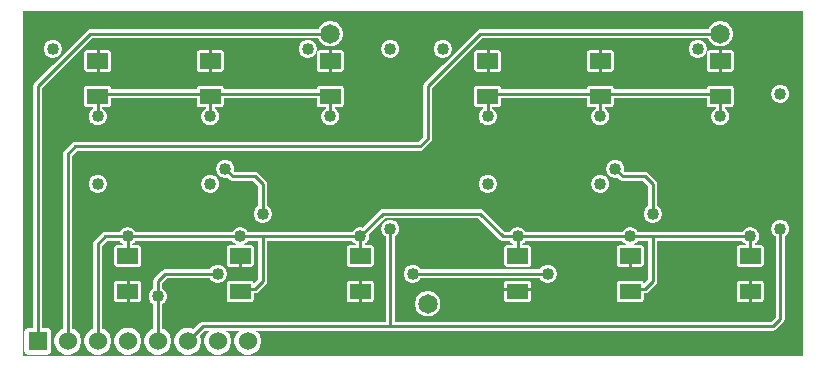
<source format=gbr>
G04 start of page 3 for group 1 idx 1 *
G04 Title: 26.007.01.01.01, solder *
G04 Creator: pcb 20100929 *
G04 CreationDate: Wed Mar 18 07:56:07 2015 UTC *
G04 For: bert *
G04 Format: Gerber/RS-274X *
G04 PCB-Dimensions: 260000 115000 *
G04 PCB-Coordinate-Origin: lower left *
%MOIN*%
%FSLAX25Y25*%
%LNBACK*%
%ADD11C,0.0100*%
%ADD13C,0.0200*%
%ADD14C,0.0600*%
%ADD15C,0.0650*%
%ADD16C,0.0400*%
%ADD18R,0.0512X0.0512*%
%ADD22C,0.0380*%
%ADD23C,0.0460*%
G54D13*G36*
X252500Y115000D02*X260000D01*
Y0D01*
X252500D01*
Y10380D01*
X253547Y11427D01*
X253561Y11439D01*
X253714Y11618D01*
X253837Y11819D01*
X253927Y12036D01*
X253982Y12265D01*
X254000Y12500D01*
Y39912D01*
X254263Y40073D01*
X254621Y40379D01*
X254927Y40737D01*
X255173Y41138D01*
X255353Y41573D01*
X255463Y42031D01*
X255500Y42500D01*
X255463Y42969D01*
X255353Y43427D01*
X255173Y43862D01*
X254927Y44263D01*
X254621Y44621D01*
X254263Y44927D01*
X253862Y45173D01*
X253427Y45353D01*
X252969Y45463D01*
X252500Y45500D01*
Y84500D01*
X252969Y84537D01*
X253427Y84647D01*
X253862Y84827D01*
X254263Y85073D01*
X254621Y85379D01*
X254927Y85737D01*
X255173Y86138D01*
X255353Y86573D01*
X255463Y87031D01*
X255500Y87500D01*
X255463Y87969D01*
X255353Y88427D01*
X255173Y88862D01*
X254927Y89263D01*
X254621Y89621D01*
X254263Y89927D01*
X253862Y90173D01*
X253427Y90353D01*
X252969Y90463D01*
X252500Y90500D01*
Y115000D01*
G37*
G36*
Y0D02*X242500D01*
Y8500D01*
X250000D01*
X250235Y8518D01*
X250464Y8573D01*
X250681Y8663D01*
X250882Y8786D01*
X251061Y8939D01*
X251073Y8953D01*
X252500Y10380D01*
Y0D01*
G37*
G36*
X242500Y115000D02*X252500D01*
Y90500D01*
X252031Y90463D01*
X251573Y90353D01*
X251138Y90173D01*
X250737Y89927D01*
X250379Y89621D01*
X250073Y89263D01*
X249827Y88862D01*
X249647Y88427D01*
X249537Y87969D01*
X249500Y87500D01*
X249537Y87031D01*
X249647Y86573D01*
X249827Y86138D01*
X250073Y85737D01*
X250379Y85379D01*
X250737Y85073D01*
X251138Y84827D01*
X251573Y84647D01*
X252031Y84537D01*
X252500Y84500D01*
Y45500D01*
X252031Y45463D01*
X251573Y45353D01*
X251138Y45173D01*
X250737Y44927D01*
X250379Y44621D01*
X250073Y44263D01*
X249827Y43862D01*
X249647Y43427D01*
X249537Y42969D01*
X249500Y42500D01*
X249537Y42031D01*
X249647Y41573D01*
X249827Y41138D01*
X250073Y40737D01*
X250379Y40379D01*
X250737Y40073D01*
X251000Y39912D01*
Y13122D01*
X249378Y11500D01*
X242500D01*
Y18042D01*
X246199Y18048D01*
X246352Y18085D01*
X246497Y18145D01*
X246631Y18227D01*
X246750Y18329D01*
X246852Y18448D01*
X246934Y18582D01*
X246994Y18727D01*
X247031Y18880D01*
X247043Y19036D01*
X247031Y24310D01*
X246994Y24463D01*
X246934Y24608D01*
X246852Y24742D01*
X246750Y24861D01*
X246631Y24963D01*
X246497Y25045D01*
X246352Y25105D01*
X246199Y25142D01*
X246043Y25154D01*
X242500Y25148D01*
Y29852D01*
X246199Y29858D01*
X246352Y29895D01*
X246497Y29955D01*
X246631Y30037D01*
X246750Y30139D01*
X246852Y30258D01*
X246934Y30392D01*
X246994Y30537D01*
X247031Y30690D01*
X247043Y30846D01*
X247031Y36120D01*
X246994Y36273D01*
X246934Y36418D01*
X246852Y36552D01*
X246750Y36671D01*
X246631Y36773D01*
X246497Y36855D01*
X246352Y36915D01*
X246199Y36952D01*
X246043Y36964D01*
X244000Y36961D01*
Y37412D01*
X244263Y37573D01*
X244621Y37879D01*
X244927Y38237D01*
X245173Y38638D01*
X245353Y39073D01*
X245463Y39531D01*
X245500Y40000D01*
X245463Y40469D01*
X245353Y40927D01*
X245173Y41362D01*
X244927Y41763D01*
X244621Y42121D01*
X244263Y42427D01*
X243862Y42673D01*
X243427Y42853D01*
X242969Y42963D01*
X242500Y43000D01*
Y115000D01*
G37*
G36*
X232500Y8500D02*X242500D01*
Y0D01*
X232500D01*
Y8500D01*
G37*
G36*
Y38500D02*X239912D01*
X240073Y38237D01*
X240379Y37879D01*
X240737Y37573D01*
X241000Y37412D01*
Y36956D01*
X238801Y36952D01*
X238648Y36915D01*
X238503Y36855D01*
X238369Y36773D01*
X238250Y36671D01*
X238148Y36552D01*
X238066Y36418D01*
X238006Y36273D01*
X237969Y36120D01*
X237957Y35964D01*
X237969Y30690D01*
X238006Y30537D01*
X238066Y30392D01*
X238148Y30258D01*
X238250Y30139D01*
X238369Y30037D01*
X238503Y29955D01*
X238648Y29895D01*
X238801Y29858D01*
X238957Y29846D01*
X242500Y29852D01*
Y25148D01*
X238801Y25142D01*
X238648Y25105D01*
X238503Y25045D01*
X238369Y24963D01*
X238250Y24861D01*
X238148Y24742D01*
X238066Y24608D01*
X238006Y24463D01*
X237969Y24310D01*
X237957Y24154D01*
X237969Y18880D01*
X238006Y18727D01*
X238066Y18582D01*
X238148Y18448D01*
X238250Y18329D01*
X238369Y18227D01*
X238503Y18145D01*
X238648Y18085D01*
X238801Y18048D01*
X238957Y18036D01*
X242500Y18042D01*
Y11500D01*
X232500D01*
Y38500D01*
G37*
G36*
Y115000D02*X242500D01*
Y43000D01*
X242031Y42963D01*
X241573Y42853D01*
X241138Y42673D01*
X240737Y42427D01*
X240379Y42121D01*
X240073Y41763D01*
X239912Y41500D01*
X232500D01*
Y77000D01*
X232969Y77037D01*
X233427Y77147D01*
X233862Y77327D01*
X234263Y77573D01*
X234621Y77879D01*
X234927Y78237D01*
X235173Y78638D01*
X235353Y79073D01*
X235463Y79531D01*
X235500Y80000D01*
X235463Y80469D01*
X235353Y80927D01*
X235173Y81362D01*
X234927Y81763D01*
X234621Y82121D01*
X234263Y82427D01*
X234000Y82588D01*
Y83044D01*
X236199Y83048D01*
X236352Y83085D01*
X236497Y83145D01*
X236631Y83227D01*
X236750Y83329D01*
X236852Y83448D01*
X236934Y83582D01*
X236994Y83727D01*
X237031Y83880D01*
X237043Y84036D01*
X237031Y89310D01*
X236994Y89463D01*
X236934Y89608D01*
X236852Y89742D01*
X236750Y89861D01*
X236631Y89963D01*
X236497Y90045D01*
X236352Y90105D01*
X236199Y90142D01*
X236043Y90154D01*
X232500Y90148D01*
Y94852D01*
X236199Y94858D01*
X236352Y94895D01*
X236497Y94955D01*
X236631Y95037D01*
X236750Y95139D01*
X236852Y95258D01*
X236934Y95392D01*
X236994Y95537D01*
X237031Y95690D01*
X237043Y95846D01*
X237031Y101120D01*
X236994Y101273D01*
X236934Y101418D01*
X236852Y101552D01*
X236750Y101671D01*
X236631Y101773D01*
X236497Y101855D01*
X236352Y101915D01*
X236199Y101952D01*
X236043Y101964D01*
X232500Y101958D01*
Y103250D01*
X233165Y103302D01*
X233813Y103458D01*
X234429Y103713D01*
X234998Y104062D01*
X235505Y104495D01*
X235938Y105002D01*
X236287Y105571D01*
X236542Y106187D01*
X236698Y106835D01*
X236750Y107500D01*
X236698Y108165D01*
X236542Y108813D01*
X236287Y109429D01*
X235938Y109998D01*
X235505Y110505D01*
X234998Y110938D01*
X234429Y111287D01*
X233813Y111542D01*
X233165Y111698D01*
X232500Y111750D01*
Y115000D01*
G37*
G36*
X192500Y8500D02*X232500D01*
Y0D01*
X192500D01*
Y8500D01*
G37*
G36*
X202500Y18042D02*X206199Y18048D01*
X206352Y18085D01*
X206497Y18145D01*
X206631Y18227D01*
X206750Y18329D01*
X206852Y18448D01*
X206934Y18582D01*
X206994Y18727D01*
X207031Y18880D01*
X207043Y19036D01*
X207038Y21000D01*
X207500D01*
X207735Y21018D01*
X207964Y21073D01*
X208181Y21163D01*
X208382Y21286D01*
X208561Y21439D01*
X208573Y21453D01*
X211047Y23927D01*
X211061Y23939D01*
X211214Y24118D01*
X211337Y24319D01*
X211427Y24536D01*
X211482Y24765D01*
X211500Y25000D01*
Y38500D01*
X232500D01*
Y11500D01*
X202500D01*
Y18042D01*
G37*
G36*
Y37000D02*X202969Y37037D01*
X203427Y37147D01*
X203862Y37327D01*
X204263Y37573D01*
X204621Y37879D01*
X204927Y38237D01*
X205088Y38500D01*
X208500D01*
Y25622D01*
X207031Y24153D01*
Y24310D01*
X206994Y24463D01*
X206934Y24608D01*
X206852Y24742D01*
X206750Y24861D01*
X206631Y24963D01*
X206497Y25045D01*
X206352Y25105D01*
X206199Y25142D01*
X206043Y25154D01*
X202500Y25148D01*
Y29852D01*
X206199Y29858D01*
X206352Y29895D01*
X206497Y29955D01*
X206631Y30037D01*
X206750Y30139D01*
X206852Y30258D01*
X206934Y30392D01*
X206994Y30537D01*
X207031Y30690D01*
X207043Y30846D01*
X207031Y36120D01*
X206994Y36273D01*
X206934Y36418D01*
X206852Y36552D01*
X206750Y36671D01*
X206631Y36773D01*
X206497Y36855D01*
X206352Y36915D01*
X206199Y36952D01*
X206043Y36964D01*
X202500Y36958D01*
Y37000D01*
G37*
G36*
X192500Y38500D02*X199912D01*
X200073Y38237D01*
X200379Y37879D01*
X200737Y37573D01*
X201138Y37327D01*
X201573Y37147D01*
X202031Y37037D01*
X202500Y37000D01*
Y36958D01*
X198801Y36952D01*
X198648Y36915D01*
X198503Y36855D01*
X198369Y36773D01*
X198250Y36671D01*
X198148Y36552D01*
X198066Y36418D01*
X198006Y36273D01*
X197969Y36120D01*
X197957Y35964D01*
X197969Y30690D01*
X198006Y30537D01*
X198066Y30392D01*
X198148Y30258D01*
X198250Y30139D01*
X198369Y30037D01*
X198503Y29955D01*
X198648Y29895D01*
X198801Y29858D01*
X198957Y29846D01*
X202500Y29852D01*
Y25148D01*
X198801Y25142D01*
X198648Y25105D01*
X198503Y25045D01*
X198369Y24963D01*
X198250Y24861D01*
X198148Y24742D01*
X198066Y24608D01*
X198006Y24463D01*
X197969Y24310D01*
X197957Y24154D01*
X197969Y18880D01*
X198006Y18727D01*
X198066Y18582D01*
X198148Y18448D01*
X198250Y18329D01*
X198369Y18227D01*
X198503Y18145D01*
X198648Y18085D01*
X198801Y18048D01*
X198957Y18036D01*
X202500Y18042D01*
Y11500D01*
X192500D01*
Y38500D01*
G37*
G36*
X203750Y86000D02*X227964D01*
X227969Y83880D01*
X228006Y83727D01*
X228066Y83582D01*
X228148Y83448D01*
X228250Y83329D01*
X228369Y83227D01*
X228503Y83145D01*
X228648Y83085D01*
X228801Y83048D01*
X228957Y83036D01*
X231000Y83039D01*
Y82588D01*
X230737Y82427D01*
X230379Y82121D01*
X230073Y81763D01*
X229827Y81362D01*
X229647Y80927D01*
X229537Y80469D01*
X229500Y80000D01*
X229537Y79531D01*
X229647Y79073D01*
X229827Y78638D01*
X230073Y78237D01*
X230379Y77879D01*
X230737Y77573D01*
X231138Y77327D01*
X231573Y77147D01*
X232031Y77037D01*
X232500Y77000D01*
Y41500D01*
X205088D01*
X204927Y41763D01*
X204621Y42121D01*
X204263Y42427D01*
X203862Y42673D01*
X203750Y42719D01*
Y58500D01*
X206879D01*
X208500Y56879D01*
Y50088D01*
X208237Y49927D01*
X207879Y49621D01*
X207573Y49263D01*
X207327Y48862D01*
X207147Y48427D01*
X207037Y47969D01*
X207000Y47500D01*
X207037Y47031D01*
X207147Y46573D01*
X207327Y46138D01*
X207573Y45737D01*
X207879Y45379D01*
X208237Y45073D01*
X208638Y44827D01*
X209073Y44647D01*
X209531Y44537D01*
X210000Y44500D01*
X210469Y44537D01*
X210927Y44647D01*
X211362Y44827D01*
X211763Y45073D01*
X212121Y45379D01*
X212427Y45737D01*
X212673Y46138D01*
X212853Y46573D01*
X212963Y47031D01*
X213000Y47500D01*
X212963Y47969D01*
X212853Y48427D01*
X212673Y48862D01*
X212427Y49263D01*
X212121Y49621D01*
X211763Y49927D01*
X211500Y50088D01*
Y57501D01*
X211482Y57735D01*
X211427Y57964D01*
X211337Y58181D01*
X211214Y58382D01*
X211061Y58561D01*
X211054Y58567D01*
X208567Y61054D01*
X208561Y61061D01*
X208382Y61214D01*
X208181Y61337D01*
X207964Y61427D01*
X207735Y61482D01*
X207518Y61499D01*
X207501Y61500D01*
X203750D01*
Y86000D01*
G37*
G36*
X192500Y77000D02*X192969Y77037D01*
X193427Y77147D01*
X193862Y77327D01*
X194263Y77573D01*
X194621Y77879D01*
X194927Y78237D01*
X195173Y78638D01*
X195353Y79073D01*
X195463Y79531D01*
X195500Y80000D01*
X195463Y80469D01*
X195353Y80927D01*
X195173Y81362D01*
X194927Y81763D01*
X194621Y82121D01*
X194263Y82427D01*
X194000Y82588D01*
Y83044D01*
X196199Y83048D01*
X196352Y83085D01*
X196497Y83145D01*
X196631Y83227D01*
X196750Y83329D01*
X196852Y83448D01*
X196934Y83582D01*
X196994Y83727D01*
X197031Y83880D01*
X197043Y84036D01*
X197039Y86000D01*
X203750D01*
Y61500D01*
X200621D01*
X200391Y61730D01*
X200463Y62031D01*
X200500Y62500D01*
X200463Y62969D01*
X200353Y63427D01*
X200173Y63862D01*
X199927Y64263D01*
X199621Y64621D01*
X199263Y64927D01*
X198862Y65173D01*
X198427Y65353D01*
X197969Y65463D01*
X197500Y65500D01*
X197031Y65463D01*
X196573Y65353D01*
X196138Y65173D01*
X195737Y64927D01*
X195379Y64621D01*
X195073Y64263D01*
X194827Y63862D01*
X194647Y63427D01*
X194537Y62969D01*
X194500Y62500D01*
X194537Y62031D01*
X194647Y61573D01*
X194827Y61138D01*
X195073Y60737D01*
X195379Y60379D01*
X195737Y60073D01*
X196138Y59827D01*
X196573Y59647D01*
X197031Y59537D01*
X197500Y59500D01*
X197969Y59537D01*
X198270Y59609D01*
X198933Y58946D01*
X198939Y58939D01*
X199118Y58786D01*
X199319Y58663D01*
X199536Y58573D01*
X199765Y58518D01*
X200000Y58500D01*
X203750D01*
Y42719D01*
X203427Y42853D01*
X202969Y42963D01*
X202500Y43000D01*
X202031Y42963D01*
X201573Y42853D01*
X201138Y42673D01*
X200737Y42427D01*
X200379Y42121D01*
X200073Y41763D01*
X199912Y41500D01*
X192500D01*
Y54500D01*
X192969Y54537D01*
X193427Y54647D01*
X193862Y54827D01*
X194263Y55073D01*
X194621Y55379D01*
X194927Y55737D01*
X195173Y56138D01*
X195353Y56573D01*
X195463Y57031D01*
X195500Y57500D01*
X195463Y57969D01*
X195353Y58427D01*
X195173Y58862D01*
X194927Y59263D01*
X194621Y59621D01*
X194263Y59927D01*
X193862Y60173D01*
X193427Y60353D01*
X192969Y60463D01*
X192500Y60500D01*
Y77000D01*
G37*
G36*
X225000Y106000D02*X228535D01*
X228713Y105571D01*
X229062Y105002D01*
X229495Y104495D01*
X230002Y104062D01*
X230571Y103713D01*
X231187Y103458D01*
X231835Y103302D01*
X232500Y103250D01*
Y101958D01*
X228801Y101952D01*
X228648Y101915D01*
X228503Y101855D01*
X228369Y101773D01*
X228250Y101671D01*
X228148Y101552D01*
X228066Y101418D01*
X228006Y101273D01*
X227969Y101120D01*
X227957Y100964D01*
X227969Y95690D01*
X228006Y95537D01*
X228066Y95392D01*
X228148Y95258D01*
X228250Y95139D01*
X228369Y95037D01*
X228503Y94955D01*
X228648Y94895D01*
X228801Y94858D01*
X228957Y94846D01*
X232500Y94852D01*
Y90148D01*
X228801Y90142D01*
X228648Y90105D01*
X228503Y90045D01*
X228369Y89963D01*
X228250Y89861D01*
X228148Y89742D01*
X228066Y89608D01*
X228006Y89463D01*
X227969Y89310D01*
X227957Y89154D01*
Y89000D01*
X225000D01*
Y99500D01*
X225469Y99537D01*
X225927Y99647D01*
X226362Y99827D01*
X226763Y100073D01*
X227121Y100379D01*
X227427Y100737D01*
X227673Y101138D01*
X227853Y101573D01*
X227963Y102031D01*
X228000Y102500D01*
X227963Y102969D01*
X227853Y103427D01*
X227673Y103862D01*
X227427Y104263D01*
X227121Y104621D01*
X226763Y104927D01*
X226362Y105173D01*
X225927Y105353D01*
X225469Y105463D01*
X225000Y105500D01*
Y106000D01*
G37*
G36*
X192500D02*X225000D01*
Y105500D01*
X224531Y105463D01*
X224073Y105353D01*
X223638Y105173D01*
X223237Y104927D01*
X222879Y104621D01*
X222573Y104263D01*
X222327Y103862D01*
X222147Y103427D01*
X222037Y102969D01*
X222000Y102500D01*
X222037Y102031D01*
X222147Y101573D01*
X222327Y101138D01*
X222573Y100737D01*
X222879Y100379D01*
X223237Y100073D01*
X223638Y99827D01*
X224073Y99647D01*
X224531Y99537D01*
X225000Y99500D01*
Y89000D01*
X197032D01*
X197031Y89310D01*
X196994Y89463D01*
X196934Y89608D01*
X196852Y89742D01*
X196750Y89861D01*
X196631Y89963D01*
X196497Y90045D01*
X196352Y90105D01*
X196199Y90142D01*
X196043Y90154D01*
X192500Y90148D01*
Y94852D01*
X196199Y94858D01*
X196352Y94895D01*
X196497Y94955D01*
X196631Y95037D01*
X196750Y95139D01*
X196852Y95258D01*
X196934Y95392D01*
X196994Y95537D01*
X197031Y95690D01*
X197043Y95846D01*
X197031Y101120D01*
X196994Y101273D01*
X196934Y101418D01*
X196852Y101552D01*
X196750Y101671D01*
X196631Y101773D01*
X196497Y101855D01*
X196352Y101915D01*
X196199Y101952D01*
X196043Y101964D01*
X192500Y101958D01*
Y106000D01*
G37*
G36*
Y115000D02*X232500D01*
Y111750D01*
X231835Y111698D01*
X231187Y111542D01*
X230571Y111287D01*
X230002Y110938D01*
X229495Y110505D01*
X229062Y109998D01*
X228713Y109429D01*
X228535Y109000D01*
X192500D01*
Y115000D01*
G37*
G36*
X62500Y1270D02*X62957Y990D01*
X63609Y720D01*
X64296Y555D01*
X65000Y500D01*
X65704Y555D01*
X66391Y720D01*
X67043Y990D01*
X67645Y1359D01*
X68182Y1818D01*
X68641Y2355D01*
X69010Y2957D01*
X69280Y3609D01*
X69445Y4296D01*
X69500Y5000D01*
X69445Y5704D01*
X69280Y6391D01*
X69010Y7043D01*
X68641Y7645D01*
X68182Y8182D01*
X67810Y8500D01*
X72190D01*
X71818Y8182D01*
X71359Y7645D01*
X70990Y7043D01*
X70720Y6391D01*
X70555Y5704D01*
X70500Y5000D01*
X70555Y4296D01*
X70720Y3609D01*
X70990Y2957D01*
X71359Y2355D01*
X71818Y1818D01*
X72355Y1359D01*
X72957Y990D01*
X73609Y720D01*
X74296Y555D01*
X75000Y500D01*
X75704Y555D01*
X76391Y720D01*
X77043Y990D01*
X77645Y1359D01*
X78182Y1818D01*
X78641Y2355D01*
X79010Y2957D01*
X79280Y3609D01*
X79445Y4296D01*
X79500Y5000D01*
X79445Y5704D01*
X79280Y6391D01*
X79010Y7043D01*
X78641Y7645D01*
X78182Y8182D01*
X77810Y8500D01*
X192500D01*
Y0D01*
X62500D01*
Y1270D01*
G37*
G36*
X165000Y29852D02*X168699Y29858D01*
X168852Y29895D01*
X168997Y29955D01*
X169131Y30037D01*
X169250Y30139D01*
X169352Y30258D01*
X169434Y30392D01*
X169494Y30537D01*
X169531Y30690D01*
X169543Y30846D01*
X169531Y36120D01*
X169494Y36273D01*
X169434Y36418D01*
X169352Y36552D01*
X169250Y36671D01*
X169131Y36773D01*
X168997Y36855D01*
X168852Y36915D01*
X168699Y36952D01*
X168543Y36964D01*
X166500Y36961D01*
Y37412D01*
X166763Y37573D01*
X167121Y37879D01*
X167427Y38237D01*
X167588Y38500D01*
X192500D01*
Y11500D01*
X165000D01*
Y18042D01*
X168699Y18048D01*
X168852Y18085D01*
X168997Y18145D01*
X169131Y18227D01*
X169250Y18329D01*
X169352Y18448D01*
X169434Y18582D01*
X169494Y18727D01*
X169531Y18880D01*
X169543Y19036D01*
X169531Y24310D01*
X169494Y24463D01*
X169434Y24608D01*
X169352Y24742D01*
X169250Y24861D01*
X169131Y24963D01*
X168997Y25045D01*
X168852Y25105D01*
X168699Y25142D01*
X168543Y25154D01*
X165000Y25148D01*
Y26000D01*
X172412D01*
X172573Y25737D01*
X172879Y25379D01*
X173237Y25073D01*
X173638Y24827D01*
X174073Y24647D01*
X174531Y24537D01*
X175000Y24500D01*
X175469Y24537D01*
X175927Y24647D01*
X176362Y24827D01*
X176763Y25073D01*
X177121Y25379D01*
X177427Y25737D01*
X177673Y26138D01*
X177853Y26573D01*
X177963Y27031D01*
X178000Y27500D01*
X177963Y27969D01*
X177853Y28427D01*
X177673Y28862D01*
X177427Y29263D01*
X177121Y29621D01*
X176763Y29927D01*
X176362Y30173D01*
X175927Y30353D01*
X175469Y30463D01*
X175000Y30500D01*
X174531Y30463D01*
X174073Y30353D01*
X173638Y30173D01*
X173237Y29927D01*
X172879Y29621D01*
X172573Y29263D01*
X172412Y29000D01*
X165000D01*
Y29852D01*
G37*
G36*
X135000Y26000D02*X165000D01*
Y25148D01*
X161301Y25142D01*
X161148Y25105D01*
X161003Y25045D01*
X160869Y24963D01*
X160750Y24861D01*
X160648Y24742D01*
X160566Y24608D01*
X160506Y24463D01*
X160469Y24310D01*
X160457Y24154D01*
X160469Y18880D01*
X160506Y18727D01*
X160566Y18582D01*
X160648Y18448D01*
X160750Y18329D01*
X160869Y18227D01*
X161003Y18145D01*
X161148Y18085D01*
X161301Y18048D01*
X161457Y18036D01*
X165000Y18042D01*
Y11500D01*
X135000D01*
Y13250D01*
X135665Y13302D01*
X136313Y13458D01*
X136929Y13713D01*
X137498Y14062D01*
X138005Y14495D01*
X138438Y15002D01*
X138787Y15571D01*
X139042Y16187D01*
X139198Y16835D01*
X139250Y17500D01*
X139198Y18165D01*
X139042Y18813D01*
X138787Y19429D01*
X138438Y19998D01*
X138005Y20505D01*
X137498Y20938D01*
X136929Y21287D01*
X136313Y21542D01*
X135665Y21698D01*
X135000Y21750D01*
Y26000D01*
G37*
G36*
Y46000D02*X151879D01*
X158933Y38946D01*
X158939Y38939D01*
X159118Y38786D01*
X159319Y38663D01*
X159536Y38573D01*
X159765Y38518D01*
X160000Y38500D01*
X162412D01*
X162573Y38237D01*
X162879Y37879D01*
X163237Y37573D01*
X163500Y37412D01*
Y36956D01*
X161301Y36952D01*
X161148Y36915D01*
X161003Y36855D01*
X160869Y36773D01*
X160750Y36671D01*
X160648Y36552D01*
X160566Y36418D01*
X160506Y36273D01*
X160469Y36120D01*
X160457Y35964D01*
X160469Y30690D01*
X160506Y30537D01*
X160566Y30392D01*
X160648Y30258D01*
X160750Y30139D01*
X160869Y30037D01*
X161003Y29955D01*
X161148Y29895D01*
X161301Y29858D01*
X161457Y29846D01*
X165000Y29852D01*
Y29000D01*
X135000D01*
Y46000D01*
G37*
G36*
X112500Y29852D02*X116199Y29858D01*
X116352Y29895D01*
X116497Y29955D01*
X116631Y30037D01*
X116750Y30139D01*
X116852Y30258D01*
X116934Y30392D01*
X116994Y30537D01*
X117031Y30690D01*
X117043Y30846D01*
X117031Y36120D01*
X116994Y36273D01*
X116934Y36418D01*
X116852Y36552D01*
X116750Y36671D01*
X116631Y36773D01*
X116497Y36855D01*
X116352Y36915D01*
X116199Y36952D01*
X116043Y36964D01*
X114000Y36961D01*
Y37412D01*
X114263Y37573D01*
X114621Y37879D01*
X114927Y38237D01*
X115173Y38638D01*
X115353Y39073D01*
X115463Y39531D01*
X115500Y40000D01*
X115463Y40469D01*
X115391Y40771D01*
X120620Y46000D01*
X135000D01*
Y29000D01*
X132588D01*
X132427Y29263D01*
X132121Y29621D01*
X131763Y29927D01*
X131362Y30173D01*
X130927Y30353D01*
X130469Y30463D01*
X130000Y30500D01*
X129531Y30463D01*
X129073Y30353D01*
X128638Y30173D01*
X128237Y29927D01*
X127879Y29621D01*
X127573Y29263D01*
X127327Y28862D01*
X127147Y28427D01*
X127037Y27969D01*
X127000Y27500D01*
X127037Y27031D01*
X127147Y26573D01*
X127327Y26138D01*
X127573Y25737D01*
X127879Y25379D01*
X128237Y25073D01*
X128638Y24827D01*
X129073Y24647D01*
X129531Y24537D01*
X130000Y24500D01*
X130469Y24537D01*
X130927Y24647D01*
X131362Y24827D01*
X131763Y25073D01*
X132121Y25379D01*
X132427Y25737D01*
X132588Y26000D01*
X135000D01*
Y21750D01*
X134335Y21698D01*
X133687Y21542D01*
X133071Y21287D01*
X132502Y20938D01*
X131995Y20505D01*
X131562Y19998D01*
X131213Y19429D01*
X130958Y18813D01*
X130802Y18165D01*
X130750Y17500D01*
X130802Y16835D01*
X130958Y16187D01*
X131213Y15571D01*
X131562Y15002D01*
X131995Y14495D01*
X132502Y14062D01*
X133071Y13713D01*
X133687Y13458D01*
X134335Y13302D01*
X135000Y13250D01*
Y11500D01*
X124000D01*
Y39912D01*
X124263Y40073D01*
X124621Y40379D01*
X124927Y40737D01*
X125173Y41138D01*
X125353Y41573D01*
X125463Y42031D01*
X125500Y42500D01*
X125463Y42969D01*
X125353Y43427D01*
X125173Y43862D01*
X124927Y44263D01*
X124621Y44621D01*
X124263Y44927D01*
X123862Y45173D01*
X123427Y45353D01*
X122969Y45463D01*
X122500Y45500D01*
X122031Y45463D01*
X121573Y45353D01*
X121138Y45173D01*
X120737Y44927D01*
X120379Y44621D01*
X120073Y44263D01*
X119827Y43862D01*
X119647Y43427D01*
X119537Y42969D01*
X119500Y42500D01*
X119537Y42031D01*
X119647Y41573D01*
X119827Y41138D01*
X120073Y40737D01*
X120379Y40379D01*
X120737Y40073D01*
X121000Y39912D01*
Y11500D01*
X112500D01*
Y18042D01*
X116199Y18048D01*
X116352Y18085D01*
X116497Y18145D01*
X116631Y18227D01*
X116750Y18329D01*
X116852Y18448D01*
X116934Y18582D01*
X116994Y18727D01*
X117031Y18880D01*
X117043Y19036D01*
X117031Y24310D01*
X116994Y24463D01*
X116934Y24608D01*
X116852Y24742D01*
X116750Y24861D01*
X116631Y24963D01*
X116497Y25045D01*
X116352Y25105D01*
X116199Y25142D01*
X116043Y25154D01*
X112500Y25148D01*
Y29852D01*
G37*
G36*
X72500Y18042D02*X76199Y18048D01*
X76352Y18085D01*
X76497Y18145D01*
X76631Y18227D01*
X76750Y18329D01*
X76852Y18448D01*
X76934Y18582D01*
X76994Y18727D01*
X77031Y18880D01*
X77043Y19036D01*
X77038Y21000D01*
X77500D01*
X77735Y21018D01*
X77964Y21073D01*
X78181Y21163D01*
X78382Y21286D01*
X78561Y21439D01*
X78573Y21453D01*
X81047Y23927D01*
X81061Y23939D01*
X81214Y24118D01*
X81337Y24319D01*
X81427Y24536D01*
X81482Y24765D01*
X81500Y25000D01*
Y38500D01*
X109912D01*
X110073Y38237D01*
X110379Y37879D01*
X110737Y37573D01*
X111000Y37412D01*
Y36956D01*
X108801Y36952D01*
X108648Y36915D01*
X108503Y36855D01*
X108369Y36773D01*
X108250Y36671D01*
X108148Y36552D01*
X108066Y36418D01*
X108006Y36273D01*
X107969Y36120D01*
X107957Y35964D01*
X107969Y30690D01*
X108006Y30537D01*
X108066Y30392D01*
X108148Y30258D01*
X108250Y30139D01*
X108369Y30037D01*
X108503Y29955D01*
X108648Y29895D01*
X108801Y29858D01*
X108957Y29846D01*
X112500Y29852D01*
Y25148D01*
X108801Y25142D01*
X108648Y25105D01*
X108503Y25045D01*
X108369Y24963D01*
X108250Y24861D01*
X108148Y24742D01*
X108066Y24608D01*
X108006Y24463D01*
X107969Y24310D01*
X107957Y24154D01*
X107969Y18880D01*
X108006Y18727D01*
X108066Y18582D01*
X108148Y18448D01*
X108250Y18329D01*
X108369Y18227D01*
X108503Y18145D01*
X108648Y18085D01*
X108801Y18048D01*
X108957Y18036D01*
X112500Y18042D01*
Y11500D01*
X72500D01*
Y18042D01*
G37*
G36*
Y37000D02*X72969Y37037D01*
X73427Y37147D01*
X73862Y37327D01*
X74263Y37573D01*
X74621Y37879D01*
X74927Y38237D01*
X75088Y38500D01*
X78500D01*
Y25622D01*
X77031Y24153D01*
Y24310D01*
X76994Y24463D01*
X76934Y24608D01*
X76852Y24742D01*
X76750Y24861D01*
X76631Y24963D01*
X76497Y25045D01*
X76352Y25105D01*
X76199Y25142D01*
X76043Y25154D01*
X72500Y25148D01*
Y29852D01*
X76199Y29858D01*
X76352Y29895D01*
X76497Y29955D01*
X76631Y30037D01*
X76750Y30139D01*
X76852Y30258D01*
X76934Y30392D01*
X76994Y30537D01*
X77031Y30690D01*
X77043Y30846D01*
X77031Y36120D01*
X76994Y36273D01*
X76934Y36418D01*
X76852Y36552D01*
X76750Y36671D01*
X76631Y36773D01*
X76497Y36855D01*
X76352Y36915D01*
X76199Y36952D01*
X76043Y36964D01*
X72500Y36958D01*
Y37000D01*
G37*
G36*
X62500Y38500D02*X69912D01*
X70073Y38237D01*
X70379Y37879D01*
X70737Y37573D01*
X71138Y37327D01*
X71573Y37147D01*
X72031Y37037D01*
X72500Y37000D01*
Y36958D01*
X68801Y36952D01*
X68648Y36915D01*
X68503Y36855D01*
X68369Y36773D01*
X68250Y36671D01*
X68148Y36552D01*
X68066Y36418D01*
X68006Y36273D01*
X67969Y36120D01*
X67957Y35964D01*
X67969Y30690D01*
X68006Y30537D01*
X68066Y30392D01*
X68148Y30258D01*
X68250Y30139D01*
X68369Y30037D01*
X68503Y29955D01*
X68648Y29895D01*
X68801Y29858D01*
X68957Y29846D01*
X72500Y29852D01*
Y25148D01*
X68801Y25142D01*
X68648Y25105D01*
X68503Y25045D01*
X68369Y24963D01*
X68250Y24861D01*
X68148Y24742D01*
X68066Y24608D01*
X68006Y24463D01*
X67969Y24310D01*
X67957Y24154D01*
X67969Y18880D01*
X68006Y18727D01*
X68066Y18582D01*
X68148Y18448D01*
X68250Y18329D01*
X68369Y18227D01*
X68503Y18145D01*
X68648Y18085D01*
X68801Y18048D01*
X68957Y18036D01*
X72500Y18042D01*
Y11500D01*
X62500D01*
Y25856D01*
X62573Y25737D01*
X62879Y25379D01*
X63237Y25073D01*
X63638Y24827D01*
X64073Y24647D01*
X64531Y24537D01*
X65000Y24500D01*
X65469Y24537D01*
X65927Y24647D01*
X66362Y24827D01*
X66763Y25073D01*
X67121Y25379D01*
X67427Y25737D01*
X67673Y26138D01*
X67853Y26573D01*
X67963Y27031D01*
X68000Y27500D01*
X67963Y27969D01*
X67853Y28427D01*
X67673Y28862D01*
X67427Y29263D01*
X67121Y29621D01*
X66763Y29927D01*
X66362Y30173D01*
X65927Y30353D01*
X65469Y30463D01*
X65000Y30500D01*
X64531Y30463D01*
X64073Y30353D01*
X63638Y30173D01*
X63237Y29927D01*
X62879Y29621D01*
X62573Y29263D01*
X62500Y29144D01*
Y38500D01*
G37*
G36*
X155000Y77000D02*X155469Y77037D01*
X155927Y77147D01*
X156362Y77327D01*
X156763Y77573D01*
X157121Y77879D01*
X157427Y78237D01*
X157673Y78638D01*
X157853Y79073D01*
X157963Y79531D01*
X158000Y80000D01*
X157963Y80469D01*
X157853Y80927D01*
X157673Y81362D01*
X157427Y81763D01*
X157121Y82121D01*
X156763Y82427D01*
X156500Y82588D01*
Y83044D01*
X158699Y83048D01*
X158852Y83085D01*
X158997Y83145D01*
X159131Y83227D01*
X159250Y83329D01*
X159352Y83448D01*
X159434Y83582D01*
X159494Y83727D01*
X159531Y83880D01*
X159543Y84036D01*
X159539Y86000D01*
X187964D01*
X187969Y83880D01*
X188006Y83727D01*
X188066Y83582D01*
X188148Y83448D01*
X188250Y83329D01*
X188369Y83227D01*
X188503Y83145D01*
X188648Y83085D01*
X188801Y83048D01*
X188957Y83036D01*
X191000Y83039D01*
Y82588D01*
X190737Y82427D01*
X190379Y82121D01*
X190073Y81763D01*
X189827Y81362D01*
X189647Y80927D01*
X189537Y80469D01*
X189500Y80000D01*
X189537Y79531D01*
X189647Y79073D01*
X189827Y78638D01*
X190073Y78237D01*
X190379Y77879D01*
X190737Y77573D01*
X191138Y77327D01*
X191573Y77147D01*
X192031Y77037D01*
X192500Y77000D01*
Y60500D01*
X192031Y60463D01*
X191573Y60353D01*
X191138Y60173D01*
X190737Y59927D01*
X190379Y59621D01*
X190073Y59263D01*
X189827Y58862D01*
X189647Y58427D01*
X189537Y57969D01*
X189500Y57500D01*
X189537Y57031D01*
X189647Y56573D01*
X189827Y56138D01*
X190073Y55737D01*
X190379Y55379D01*
X190737Y55073D01*
X191138Y54827D01*
X191573Y54647D01*
X192031Y54537D01*
X192500Y54500D01*
Y41500D01*
X167588D01*
X167427Y41763D01*
X167121Y42121D01*
X166763Y42427D01*
X166362Y42673D01*
X165927Y42853D01*
X165469Y42963D01*
X165000Y43000D01*
X164531Y42963D01*
X164073Y42853D01*
X163638Y42673D01*
X163237Y42427D01*
X162879Y42121D01*
X162573Y41763D01*
X162412Y41500D01*
X160621D01*
X155000Y47121D01*
Y54500D01*
X155469Y54537D01*
X155927Y54647D01*
X156362Y54827D01*
X156763Y55073D01*
X157121Y55379D01*
X157427Y55737D01*
X157673Y56138D01*
X157853Y56573D01*
X157963Y57031D01*
X158000Y57500D01*
X157963Y57969D01*
X157853Y58427D01*
X157673Y58862D01*
X157427Y59263D01*
X157121Y59621D01*
X156763Y59927D01*
X156362Y60173D01*
X155927Y60353D01*
X155469Y60463D01*
X155000Y60500D01*
Y77000D01*
G37*
G36*
Y106000D02*X192500D01*
Y101958D01*
X188801Y101952D01*
X188648Y101915D01*
X188503Y101855D01*
X188369Y101773D01*
X188250Y101671D01*
X188148Y101552D01*
X188066Y101418D01*
X188006Y101273D01*
X187969Y101120D01*
X187957Y100964D01*
X187969Y95690D01*
X188006Y95537D01*
X188066Y95392D01*
X188148Y95258D01*
X188250Y95139D01*
X188369Y95037D01*
X188503Y94955D01*
X188648Y94895D01*
X188801Y94858D01*
X188957Y94846D01*
X192500Y94852D01*
Y90148D01*
X188801Y90142D01*
X188648Y90105D01*
X188503Y90045D01*
X188369Y89963D01*
X188250Y89861D01*
X188148Y89742D01*
X188066Y89608D01*
X188006Y89463D01*
X187969Y89310D01*
X187957Y89154D01*
Y89000D01*
X159532D01*
X159531Y89310D01*
X159494Y89463D01*
X159434Y89608D01*
X159352Y89742D01*
X159250Y89861D01*
X159131Y89963D01*
X158997Y90045D01*
X158852Y90105D01*
X158699Y90142D01*
X158543Y90154D01*
X155000Y90148D01*
Y94852D01*
X158699Y94858D01*
X158852Y94895D01*
X158997Y94955D01*
X159131Y95037D01*
X159250Y95139D01*
X159352Y95258D01*
X159434Y95392D01*
X159494Y95537D01*
X159531Y95690D01*
X159543Y95846D01*
X159531Y101120D01*
X159494Y101273D01*
X159434Y101418D01*
X159352Y101552D01*
X159250Y101671D01*
X159131Y101773D01*
X158997Y101855D01*
X158852Y101915D01*
X158699Y101952D01*
X158543Y101964D01*
X155000Y101958D01*
Y106000D01*
G37*
G36*
X73750Y68500D02*X132500D01*
X132735Y68518D01*
X132964Y68573D01*
X133181Y68663D01*
X133382Y68786D01*
X133561Y68939D01*
X133573Y68953D01*
X136047Y71427D01*
X136061Y71439D01*
X136214Y71618D01*
X136337Y71819D01*
X136427Y72036D01*
X136482Y72265D01*
X136500Y72500D01*
Y89380D01*
X153120Y106000D01*
X155000D01*
Y101958D01*
X151301Y101952D01*
X151148Y101915D01*
X151003Y101855D01*
X150869Y101773D01*
X150750Y101671D01*
X150648Y101552D01*
X150566Y101418D01*
X150506Y101273D01*
X150469Y101120D01*
X150457Y100964D01*
X150469Y95690D01*
X150506Y95537D01*
X150566Y95392D01*
X150648Y95258D01*
X150750Y95139D01*
X150869Y95037D01*
X151003Y94955D01*
X151148Y94895D01*
X151301Y94858D01*
X151457Y94846D01*
X155000Y94852D01*
Y90148D01*
X151301Y90142D01*
X151148Y90105D01*
X151003Y90045D01*
X150869Y89963D01*
X150750Y89861D01*
X150648Y89742D01*
X150566Y89608D01*
X150506Y89463D01*
X150469Y89310D01*
X150457Y89154D01*
X150469Y83880D01*
X150506Y83727D01*
X150566Y83582D01*
X150648Y83448D01*
X150750Y83329D01*
X150869Y83227D01*
X151003Y83145D01*
X151148Y83085D01*
X151301Y83048D01*
X151457Y83036D01*
X153500Y83039D01*
Y82588D01*
X153237Y82427D01*
X152879Y82121D01*
X152573Y81763D01*
X152327Y81362D01*
X152147Y80927D01*
X152037Y80469D01*
X152000Y80000D01*
X152037Y79531D01*
X152147Y79073D01*
X152327Y78638D01*
X152573Y78237D01*
X152879Y77879D01*
X153237Y77573D01*
X153638Y77327D01*
X154073Y77147D01*
X154531Y77037D01*
X155000Y77000D01*
Y60500D01*
X154531Y60463D01*
X154073Y60353D01*
X153638Y60173D01*
X153237Y59927D01*
X152879Y59621D01*
X152573Y59263D01*
X152327Y58862D01*
X152147Y58427D01*
X152037Y57969D01*
X152000Y57500D01*
X152037Y57031D01*
X152147Y56573D01*
X152327Y56138D01*
X152573Y55737D01*
X152879Y55379D01*
X153237Y55073D01*
X153638Y54827D01*
X154073Y54647D01*
X154531Y54537D01*
X155000Y54500D01*
Y47121D01*
X153567Y48554D01*
X153561Y48561D01*
X153382Y48714D01*
X153181Y48837D01*
X152964Y48927D01*
X152735Y48982D01*
X152518Y48999D01*
X152501Y49000D01*
X120000D01*
X119765Y48982D01*
X119536Y48927D01*
X119319Y48837D01*
X119118Y48714D01*
X118939Y48561D01*
X113269Y42891D01*
X112969Y42963D01*
X112500Y43000D01*
X112031Y42963D01*
X111573Y42853D01*
X111138Y42673D01*
X110737Y42427D01*
X110379Y42121D01*
X110073Y41763D01*
X109912Y41500D01*
X75088D01*
X74927Y41763D01*
X74621Y42121D01*
X74263Y42427D01*
X73862Y42673D01*
X73750Y42719D01*
Y58500D01*
X76879D01*
X78500Y56879D01*
Y50088D01*
X78237Y49927D01*
X77879Y49621D01*
X77573Y49263D01*
X77327Y48862D01*
X77147Y48427D01*
X77037Y47969D01*
X77000Y47500D01*
X77037Y47031D01*
X77147Y46573D01*
X77327Y46138D01*
X77573Y45737D01*
X77879Y45379D01*
X78237Y45073D01*
X78638Y44827D01*
X79073Y44647D01*
X79531Y44537D01*
X80000Y44500D01*
X80469Y44537D01*
X80927Y44647D01*
X81362Y44827D01*
X81763Y45073D01*
X82121Y45379D01*
X82427Y45737D01*
X82673Y46138D01*
X82853Y46573D01*
X82963Y47031D01*
X83000Y47500D01*
X82963Y47969D01*
X82853Y48427D01*
X82673Y48862D01*
X82427Y49263D01*
X82121Y49621D01*
X81763Y49927D01*
X81500Y50088D01*
Y57501D01*
X81499Y57518D01*
X81482Y57735D01*
X81427Y57964D01*
X81337Y58181D01*
X81214Y58382D01*
X81061Y58561D01*
X81054Y58567D01*
X78567Y61054D01*
X78561Y61061D01*
X78382Y61214D01*
X78181Y61337D01*
X77964Y61427D01*
X77735Y61482D01*
X77518Y61499D01*
X77501Y61500D01*
X73750D01*
Y68500D01*
G37*
G36*
X62500D02*X73750D01*
Y61500D01*
X70621D01*
X70391Y61730D01*
X70463Y62031D01*
X70500Y62500D01*
X70463Y62969D01*
X70353Y63427D01*
X70173Y63862D01*
X69927Y64263D01*
X69621Y64621D01*
X69263Y64927D01*
X68862Y65173D01*
X68427Y65353D01*
X67969Y65463D01*
X67500Y65500D01*
X67031Y65463D01*
X66573Y65353D01*
X66138Y65173D01*
X65737Y64927D01*
X65379Y64621D01*
X65073Y64263D01*
X64827Y63862D01*
X64647Y63427D01*
X64537Y62969D01*
X64500Y62500D01*
X64537Y62031D01*
X64647Y61573D01*
X64827Y61138D01*
X65073Y60737D01*
X65379Y60379D01*
X65737Y60073D01*
X66138Y59827D01*
X66573Y59647D01*
X67031Y59537D01*
X67500Y59500D01*
X67969Y59537D01*
X68270Y59609D01*
X68933Y58946D01*
X68939Y58939D01*
X69118Y58786D01*
X69319Y58663D01*
X69536Y58573D01*
X69765Y58518D01*
X70000Y58500D01*
X73750D01*
Y42719D01*
X73427Y42853D01*
X72969Y42963D01*
X72500Y43000D01*
X72031Y42963D01*
X71573Y42853D01*
X71138Y42673D01*
X70737Y42427D01*
X70379Y42121D01*
X70073Y41763D01*
X69912Y41500D01*
X62500D01*
Y54500D01*
X62969Y54537D01*
X63427Y54647D01*
X63862Y54827D01*
X64263Y55073D01*
X64621Y55379D01*
X64927Y55737D01*
X65173Y56138D01*
X65353Y56573D01*
X65463Y57031D01*
X65500Y57500D01*
X65463Y57969D01*
X65353Y58427D01*
X65173Y58862D01*
X64927Y59263D01*
X64621Y59621D01*
X64263Y59927D01*
X63862Y60173D01*
X63427Y60353D01*
X62969Y60463D01*
X62500Y60500D01*
Y68500D01*
G37*
G36*
X140000Y115000D02*X192500D01*
Y109000D01*
X152500D01*
X152265Y108982D01*
X152036Y108927D01*
X151819Y108837D01*
X151618Y108714D01*
X151439Y108561D01*
X140000Y97122D01*
Y99500D01*
X140469Y99537D01*
X140927Y99647D01*
X141362Y99827D01*
X141763Y100073D01*
X142121Y100379D01*
X142427Y100737D01*
X142673Y101138D01*
X142853Y101573D01*
X142963Y102031D01*
X143000Y102500D01*
X142963Y102969D01*
X142853Y103427D01*
X142673Y103862D01*
X142427Y104263D01*
X142121Y104621D01*
X141763Y104927D01*
X141362Y105173D01*
X140927Y105353D01*
X140469Y105463D01*
X140000Y105500D01*
Y115000D01*
G37*
G36*
X122500D02*X140000D01*
Y105500D01*
X139531Y105463D01*
X139073Y105353D01*
X138638Y105173D01*
X138237Y104927D01*
X137879Y104621D01*
X137573Y104263D01*
X137327Y103862D01*
X137147Y103427D01*
X137037Y102969D01*
X137000Y102500D01*
X137037Y102031D01*
X137147Y101573D01*
X137327Y101138D01*
X137573Y100737D01*
X137879Y100379D01*
X138237Y100073D01*
X138638Y99827D01*
X139073Y99647D01*
X139531Y99537D01*
X140000Y99500D01*
Y97122D01*
X133939Y91061D01*
X133786Y90882D01*
X133663Y90681D01*
X133573Y90464D01*
X133518Y90235D01*
X133500Y90000D01*
Y73122D01*
X131878Y71500D01*
X122500D01*
Y99500D01*
X122969Y99537D01*
X123427Y99647D01*
X123862Y99827D01*
X124263Y100073D01*
X124621Y100379D01*
X124927Y100737D01*
X125173Y101138D01*
X125353Y101573D01*
X125463Y102031D01*
X125500Y102500D01*
X125463Y102969D01*
X125353Y103427D01*
X125173Y103862D01*
X124927Y104263D01*
X124621Y104621D01*
X124263Y104927D01*
X123862Y105173D01*
X123427Y105353D01*
X122969Y105463D01*
X122500Y105500D01*
Y115000D01*
G37*
G36*
X102500D02*X122500D01*
Y105500D01*
X122031Y105463D01*
X121573Y105353D01*
X121138Y105173D01*
X120737Y104927D01*
X120379Y104621D01*
X120073Y104263D01*
X119827Y103862D01*
X119647Y103427D01*
X119537Y102969D01*
X119500Y102500D01*
X119537Y102031D01*
X119647Y101573D01*
X119827Y101138D01*
X120073Y100737D01*
X120379Y100379D01*
X120737Y100073D01*
X121138Y99827D01*
X121573Y99647D01*
X122031Y99537D01*
X122500Y99500D01*
Y71500D01*
X102500D01*
Y77000D01*
X102969Y77037D01*
X103427Y77147D01*
X103862Y77327D01*
X104263Y77573D01*
X104621Y77879D01*
X104927Y78237D01*
X105173Y78638D01*
X105353Y79073D01*
X105463Y79531D01*
X105500Y80000D01*
X105463Y80469D01*
X105353Y80927D01*
X105173Y81362D01*
X104927Y81763D01*
X104621Y82121D01*
X104263Y82427D01*
X104000Y82588D01*
Y83044D01*
X106199Y83048D01*
X106352Y83085D01*
X106497Y83145D01*
X106631Y83227D01*
X106750Y83329D01*
X106852Y83448D01*
X106934Y83582D01*
X106994Y83727D01*
X107031Y83880D01*
X107043Y84036D01*
X107031Y89310D01*
X106994Y89463D01*
X106934Y89608D01*
X106852Y89742D01*
X106750Y89861D01*
X106631Y89963D01*
X106497Y90045D01*
X106352Y90105D01*
X106199Y90142D01*
X106043Y90154D01*
X102500Y90148D01*
Y94852D01*
X106199Y94858D01*
X106352Y94895D01*
X106497Y94955D01*
X106631Y95037D01*
X106750Y95139D01*
X106852Y95258D01*
X106934Y95392D01*
X106994Y95537D01*
X107031Y95690D01*
X107043Y95846D01*
X107031Y101120D01*
X106994Y101273D01*
X106934Y101418D01*
X106852Y101552D01*
X106750Y101671D01*
X106631Y101773D01*
X106497Y101855D01*
X106352Y101915D01*
X106199Y101952D01*
X106043Y101964D01*
X102500Y101958D01*
Y103250D01*
X103165Y103302D01*
X103813Y103458D01*
X104429Y103713D01*
X104998Y104062D01*
X105505Y104495D01*
X105938Y105002D01*
X106287Y105571D01*
X106542Y106187D01*
X106698Y106835D01*
X106750Y107500D01*
X106698Y108165D01*
X106542Y108813D01*
X106287Y109429D01*
X105938Y109998D01*
X105505Y110505D01*
X104998Y110938D01*
X104429Y111287D01*
X103813Y111542D01*
X103165Y111698D01*
X102500Y111750D01*
Y115000D01*
G37*
G36*
Y90148D02*X98801Y90142D01*
X98648Y90105D01*
X98503Y90045D01*
X98369Y89963D01*
X98250Y89861D01*
X98148Y89742D01*
X98066Y89608D01*
X98006Y89463D01*
X97969Y89310D01*
X97957Y89154D01*
Y89000D01*
X95000D01*
Y99500D01*
X95469Y99537D01*
X95927Y99647D01*
X96362Y99827D01*
X96763Y100073D01*
X97121Y100379D01*
X97427Y100737D01*
X97673Y101138D01*
X97853Y101573D01*
X97963Y102031D01*
X98000Y102500D01*
X97963Y102969D01*
X97853Y103427D01*
X97673Y103862D01*
X97427Y104263D01*
X97121Y104621D01*
X96763Y104927D01*
X96362Y105173D01*
X95927Y105353D01*
X95469Y105463D01*
X95000Y105500D01*
Y106000D01*
X98535D01*
X98713Y105571D01*
X99062Y105002D01*
X99495Y104495D01*
X100002Y104062D01*
X100571Y103713D01*
X101187Y103458D01*
X101835Y103302D01*
X102500Y103250D01*
Y101958D01*
X98801Y101952D01*
X98648Y101915D01*
X98503Y101855D01*
X98369Y101773D01*
X98250Y101671D01*
X98148Y101552D01*
X98066Y101418D01*
X98006Y101273D01*
X97969Y101120D01*
X97957Y100964D01*
X97969Y95690D01*
X98006Y95537D01*
X98066Y95392D01*
X98148Y95258D01*
X98250Y95139D01*
X98369Y95037D01*
X98503Y94955D01*
X98648Y94895D01*
X98801Y94858D01*
X98957Y94846D01*
X102500Y94852D01*
Y90148D01*
G37*
G36*
Y71500D02*X95000D01*
Y86000D01*
X97964D01*
X97969Y83880D01*
X98006Y83727D01*
X98066Y83582D01*
X98148Y83448D01*
X98250Y83329D01*
X98369Y83227D01*
X98503Y83145D01*
X98648Y83085D01*
X98801Y83048D01*
X98957Y83036D01*
X101000Y83039D01*
Y82588D01*
X100737Y82427D01*
X100379Y82121D01*
X100073Y81763D01*
X99827Y81362D01*
X99647Y80927D01*
X99537Y80469D01*
X99500Y80000D01*
X99537Y79531D01*
X99647Y79073D01*
X99827Y78638D01*
X100073Y78237D01*
X100379Y77879D01*
X100737Y77573D01*
X101138Y77327D01*
X101573Y77147D01*
X102031Y77037D01*
X102500Y77000D01*
Y71500D01*
G37*
G36*
X95000Y115000D02*X102500D01*
Y111750D01*
X101835Y111698D01*
X101187Y111542D01*
X100571Y111287D01*
X100002Y110938D01*
X99495Y110505D01*
X99062Y109998D01*
X98713Y109429D01*
X98535Y109000D01*
X95000D01*
Y115000D01*
G37*
G36*
Y89000D02*X67032D01*
X67031Y89310D01*
X66994Y89463D01*
X66934Y89608D01*
X66852Y89742D01*
X66750Y89861D01*
X66631Y89963D01*
X66497Y90045D01*
X66352Y90105D01*
X66199Y90142D01*
X66043Y90154D01*
X62500Y90148D01*
Y94852D01*
X66199Y94858D01*
X66352Y94895D01*
X66497Y94955D01*
X66631Y95037D01*
X66750Y95139D01*
X66852Y95258D01*
X66934Y95392D01*
X66994Y95537D01*
X67031Y95690D01*
X67043Y95846D01*
X67031Y101120D01*
X66994Y101273D01*
X66934Y101418D01*
X66852Y101552D01*
X66750Y101671D01*
X66631Y101773D01*
X66497Y101855D01*
X66352Y101915D01*
X66199Y101952D01*
X66043Y101964D01*
X62500Y101958D01*
Y106000D01*
X95000D01*
Y105500D01*
X94531Y105463D01*
X94073Y105353D01*
X93638Y105173D01*
X93237Y104927D01*
X92879Y104621D01*
X92573Y104263D01*
X92327Y103862D01*
X92147Y103427D01*
X92037Y102969D01*
X92000Y102500D01*
X92037Y102031D01*
X92147Y101573D01*
X92327Y101138D01*
X92573Y100737D01*
X92879Y100379D01*
X93237Y100073D01*
X93638Y99827D01*
X94073Y99647D01*
X94531Y99537D01*
X95000Y99500D01*
Y89000D01*
G37*
G36*
Y71500D02*X62500D01*
Y77000D01*
X62969Y77037D01*
X63427Y77147D01*
X63862Y77327D01*
X64263Y77573D01*
X64621Y77879D01*
X64927Y78237D01*
X65173Y78638D01*
X65353Y79073D01*
X65463Y79531D01*
X65500Y80000D01*
X65463Y80469D01*
X65353Y80927D01*
X65173Y81362D01*
X64927Y81763D01*
X64621Y82121D01*
X64263Y82427D01*
X64000Y82588D01*
Y83044D01*
X66199Y83048D01*
X66352Y83085D01*
X66497Y83145D01*
X66631Y83227D01*
X66750Y83329D01*
X66852Y83448D01*
X66934Y83582D01*
X66994Y83727D01*
X67031Y83880D01*
X67043Y84036D01*
X67039Y86000D01*
X95000D01*
Y71500D01*
G37*
G36*
X62500Y115000D02*X95000D01*
Y109000D01*
X62500D01*
Y115000D01*
G37*
G36*
X35000Y29852D02*X38699Y29858D01*
X38852Y29895D01*
X38997Y29955D01*
X39131Y30037D01*
X39250Y30139D01*
X39352Y30258D01*
X39434Y30392D01*
X39494Y30537D01*
X39531Y30690D01*
X39543Y30846D01*
X39531Y36120D01*
X39494Y36273D01*
X39434Y36418D01*
X39352Y36552D01*
X39250Y36671D01*
X39131Y36773D01*
X38997Y36855D01*
X38852Y36915D01*
X38699Y36952D01*
X38543Y36964D01*
X36500Y36961D01*
Y37412D01*
X36763Y37573D01*
X37121Y37879D01*
X37427Y38237D01*
X37588Y38500D01*
X62500D01*
Y29144D01*
X62412Y29000D01*
X47500D01*
X47265Y28982D01*
X47036Y28927D01*
X46819Y28837D01*
X46618Y28714D01*
X46439Y28561D01*
X43939Y26061D01*
X43786Y25882D01*
X43663Y25681D01*
X43573Y25464D01*
X43518Y25235D01*
X43500Y25000D01*
Y22588D01*
X43237Y22427D01*
X42879Y22121D01*
X42573Y21763D01*
X42327Y21362D01*
X42147Y20927D01*
X42037Y20469D01*
X42000Y20000D01*
X42037Y19531D01*
X42147Y19073D01*
X42327Y18638D01*
X42573Y18237D01*
X42879Y17879D01*
X43237Y17573D01*
X43500Y17412D01*
Y9235D01*
X42957Y9010D01*
X42355Y8641D01*
X41818Y8182D01*
X41359Y7645D01*
X40990Y7043D01*
X40720Y6391D01*
X40555Y5704D01*
X40500Y5000D01*
X40555Y4296D01*
X40720Y3609D01*
X40990Y2957D01*
X41359Y2355D01*
X41818Y1818D01*
X42355Y1359D01*
X42957Y990D01*
X43609Y720D01*
X44296Y555D01*
X45000Y500D01*
X45704Y555D01*
X46391Y720D01*
X47043Y990D01*
X47645Y1359D01*
X48182Y1818D01*
X48641Y2355D01*
X49010Y2957D01*
X49280Y3609D01*
X49445Y4296D01*
X49500Y5000D01*
X49445Y5704D01*
X49280Y6391D01*
X49010Y7043D01*
X48641Y7645D01*
X48182Y8182D01*
X47645Y8641D01*
X47043Y9010D01*
X46500Y9235D01*
Y17412D01*
X46763Y17573D01*
X47121Y17879D01*
X47427Y18237D01*
X47673Y18638D01*
X47853Y19073D01*
X47963Y19531D01*
X48000Y20000D01*
X47963Y20469D01*
X47853Y20927D01*
X47673Y21362D01*
X47427Y21763D01*
X47121Y22121D01*
X46763Y22427D01*
X46500Y22588D01*
Y24380D01*
X48120Y26000D01*
X62412D01*
X62500Y25856D01*
Y11500D01*
X60000D01*
X59765Y11482D01*
X59536Y11427D01*
X59319Y11337D01*
X59118Y11214D01*
X58939Y11061D01*
X56933Y9055D01*
X56391Y9280D01*
X55704Y9445D01*
X55000Y9500D01*
X54296Y9445D01*
X53609Y9280D01*
X52957Y9010D01*
X52355Y8641D01*
X51818Y8182D01*
X51359Y7645D01*
X50990Y7043D01*
X50720Y6391D01*
X50555Y5704D01*
X50500Y5000D01*
X50555Y4296D01*
X50720Y3609D01*
X50990Y2957D01*
X51359Y2355D01*
X51818Y1818D01*
X52355Y1359D01*
X52957Y990D01*
X53609Y720D01*
X54296Y555D01*
X55000Y500D01*
X55704Y555D01*
X56391Y720D01*
X57043Y990D01*
X57645Y1359D01*
X58182Y1818D01*
X58641Y2355D01*
X59010Y2957D01*
X59280Y3609D01*
X59445Y4296D01*
X59500Y5000D01*
X59445Y5704D01*
X59280Y6391D01*
X59055Y6935D01*
X60620Y8500D01*
X62190D01*
X61818Y8182D01*
X61359Y7645D01*
X60990Y7043D01*
X60720Y6391D01*
X60555Y5704D01*
X60500Y5000D01*
X60555Y4296D01*
X60720Y3609D01*
X60990Y2957D01*
X61359Y2355D01*
X61818Y1818D01*
X62355Y1359D01*
X62500Y1270D01*
Y0D01*
X35000D01*
Y500D01*
X35704Y555D01*
X36391Y720D01*
X37043Y990D01*
X37645Y1359D01*
X38182Y1818D01*
X38641Y2355D01*
X39010Y2957D01*
X39280Y3609D01*
X39445Y4296D01*
X39500Y5000D01*
X39445Y5704D01*
X39280Y6391D01*
X39010Y7043D01*
X38641Y7645D01*
X38182Y8182D01*
X37645Y8641D01*
X37043Y9010D01*
X36391Y9280D01*
X35704Y9445D01*
X35000Y9500D01*
Y18042D01*
X38699Y18048D01*
X38852Y18085D01*
X38997Y18145D01*
X39131Y18227D01*
X39250Y18329D01*
X39352Y18448D01*
X39434Y18582D01*
X39494Y18727D01*
X39531Y18880D01*
X39543Y19036D01*
X39531Y24310D01*
X39494Y24463D01*
X39434Y24608D01*
X39352Y24742D01*
X39250Y24861D01*
X39131Y24963D01*
X38997Y25045D01*
X38852Y25105D01*
X38699Y25142D01*
X38543Y25154D01*
X35000Y25148D01*
Y29852D01*
G37*
G36*
Y68500D02*X62500D01*
Y60500D01*
X62031Y60463D01*
X61573Y60353D01*
X61138Y60173D01*
X60737Y59927D01*
X60379Y59621D01*
X60073Y59263D01*
X59827Y58862D01*
X59647Y58427D01*
X59537Y57969D01*
X59500Y57500D01*
X59537Y57031D01*
X59647Y56573D01*
X59827Y56138D01*
X60073Y55737D01*
X60379Y55379D01*
X60737Y55073D01*
X61138Y54827D01*
X61573Y54647D01*
X62031Y54537D01*
X62500Y54500D01*
Y41500D01*
X37588D01*
X37427Y41763D01*
X37121Y42121D01*
X36763Y42427D01*
X36362Y42673D01*
X35927Y42853D01*
X35469Y42963D01*
X35000Y43000D01*
Y68500D01*
G37*
G36*
Y86000D02*X57964D01*
X57969Y83880D01*
X58006Y83727D01*
X58066Y83582D01*
X58148Y83448D01*
X58250Y83329D01*
X58369Y83227D01*
X58503Y83145D01*
X58648Y83085D01*
X58801Y83048D01*
X58957Y83036D01*
X61000Y83039D01*
Y82588D01*
X60737Y82427D01*
X60379Y82121D01*
X60073Y81763D01*
X59827Y81362D01*
X59647Y80927D01*
X59537Y80469D01*
X59500Y80000D01*
X59537Y79531D01*
X59647Y79073D01*
X59827Y78638D01*
X60073Y78237D01*
X60379Y77879D01*
X60737Y77573D01*
X61138Y77327D01*
X61573Y77147D01*
X62031Y77037D01*
X62500Y77000D01*
Y71500D01*
X35000D01*
Y86000D01*
G37*
G36*
Y106000D02*X62500D01*
Y101958D01*
X58801Y101952D01*
X58648Y101915D01*
X58503Y101855D01*
X58369Y101773D01*
X58250Y101671D01*
X58148Y101552D01*
X58066Y101418D01*
X58006Y101273D01*
X57969Y101120D01*
X57957Y100964D01*
X57969Y95690D01*
X58006Y95537D01*
X58066Y95392D01*
X58148Y95258D01*
X58250Y95139D01*
X58369Y95037D01*
X58503Y94955D01*
X58648Y94895D01*
X58801Y94858D01*
X58957Y94846D01*
X62500Y94852D01*
Y90148D01*
X58801Y90142D01*
X58648Y90105D01*
X58503Y90045D01*
X58369Y89963D01*
X58250Y89861D01*
X58148Y89742D01*
X58066Y89608D01*
X58006Y89463D01*
X57969Y89310D01*
X57957Y89154D01*
Y89000D01*
X35000D01*
Y106000D01*
G37*
G36*
Y115000D02*X62500D01*
Y109000D01*
X35000D01*
Y115000D01*
G37*
G36*
X25000Y500D02*X25704Y555D01*
X26391Y720D01*
X27043Y990D01*
X27645Y1359D01*
X28182Y1818D01*
X28641Y2355D01*
X29010Y2957D01*
X29280Y3609D01*
X29445Y4296D01*
X29500Y5000D01*
X29445Y5704D01*
X29280Y6391D01*
X29010Y7043D01*
X28641Y7645D01*
X28182Y8182D01*
X27645Y8641D01*
X27043Y9010D01*
X26500Y9235D01*
Y36880D01*
X28120Y38500D01*
X32412D01*
X32573Y38237D01*
X32879Y37879D01*
X33237Y37573D01*
X33500Y37412D01*
Y36956D01*
X31301Y36952D01*
X31148Y36915D01*
X31003Y36855D01*
X30869Y36773D01*
X30750Y36671D01*
X30648Y36552D01*
X30566Y36418D01*
X30506Y36273D01*
X30469Y36120D01*
X30457Y35964D01*
X30469Y30690D01*
X30506Y30537D01*
X30566Y30392D01*
X30648Y30258D01*
X30750Y30139D01*
X30869Y30037D01*
X31003Y29955D01*
X31148Y29895D01*
X31301Y29858D01*
X31457Y29846D01*
X35000Y29852D01*
Y25148D01*
X31301Y25142D01*
X31148Y25105D01*
X31003Y25045D01*
X30869Y24963D01*
X30750Y24861D01*
X30648Y24742D01*
X30566Y24608D01*
X30506Y24463D01*
X30469Y24310D01*
X30457Y24154D01*
X30469Y18880D01*
X30506Y18727D01*
X30566Y18582D01*
X30648Y18448D01*
X30750Y18329D01*
X30869Y18227D01*
X31003Y18145D01*
X31148Y18085D01*
X31301Y18048D01*
X31457Y18036D01*
X35000Y18042D01*
Y9500D01*
X34296Y9445D01*
X33609Y9280D01*
X32957Y9010D01*
X32355Y8641D01*
X31818Y8182D01*
X31359Y7645D01*
X30990Y7043D01*
X30720Y6391D01*
X30555Y5704D01*
X30500Y5000D01*
X30555Y4296D01*
X30720Y3609D01*
X30990Y2957D01*
X31359Y2355D01*
X31818Y1818D01*
X32355Y1359D01*
X32957Y990D01*
X33609Y720D01*
X34296Y555D01*
X35000Y500D01*
Y0D01*
X25000D01*
Y500D01*
G37*
G36*
Y68500D02*X35000D01*
Y43000D01*
X34531Y42963D01*
X34073Y42853D01*
X33638Y42673D01*
X33237Y42427D01*
X32879Y42121D01*
X32573Y41763D01*
X32412Y41500D01*
X27500D01*
X27265Y41482D01*
X27036Y41427D01*
X26819Y41337D01*
X26618Y41214D01*
X26439Y41061D01*
X25000Y39622D01*
Y54500D01*
X25469Y54537D01*
X25927Y54647D01*
X26362Y54827D01*
X26763Y55073D01*
X27121Y55379D01*
X27427Y55737D01*
X27673Y56138D01*
X27853Y56573D01*
X27963Y57031D01*
X28000Y57500D01*
X27963Y57969D01*
X27853Y58427D01*
X27673Y58862D01*
X27427Y59263D01*
X27121Y59621D01*
X26763Y59927D01*
X26362Y60173D01*
X25927Y60353D01*
X25469Y60463D01*
X25000Y60500D01*
Y68500D01*
G37*
G36*
Y77000D02*X25469Y77037D01*
X25927Y77147D01*
X26362Y77327D01*
X26763Y77573D01*
X27121Y77879D01*
X27427Y78237D01*
X27673Y78638D01*
X27853Y79073D01*
X27963Y79531D01*
X28000Y80000D01*
X27963Y80469D01*
X27853Y80927D01*
X27673Y81362D01*
X27427Y81763D01*
X27121Y82121D01*
X26763Y82427D01*
X26500Y82588D01*
Y83044D01*
X28699Y83048D01*
X28852Y83085D01*
X28997Y83145D01*
X29131Y83227D01*
X29250Y83329D01*
X29352Y83448D01*
X29434Y83582D01*
X29494Y83727D01*
X29531Y83880D01*
X29543Y84036D01*
X29539Y86000D01*
X35000D01*
Y71500D01*
X25000D01*
Y77000D01*
G37*
G36*
Y106000D02*X35000D01*
Y89000D01*
X29532D01*
X29531Y89310D01*
X29494Y89463D01*
X29434Y89608D01*
X29352Y89742D01*
X29250Y89861D01*
X29131Y89963D01*
X28997Y90045D01*
X28852Y90105D01*
X28699Y90142D01*
X28543Y90154D01*
X25000Y90148D01*
Y94852D01*
X28699Y94858D01*
X28852Y94895D01*
X28997Y94955D01*
X29131Y95037D01*
X29250Y95139D01*
X29352Y95258D01*
X29434Y95392D01*
X29494Y95537D01*
X29531Y95690D01*
X29543Y95846D01*
X29531Y101120D01*
X29494Y101273D01*
X29434Y101418D01*
X29352Y101552D01*
X29250Y101671D01*
X29131Y101773D01*
X28997Y101855D01*
X28852Y101915D01*
X28699Y101952D01*
X28543Y101964D01*
X25000Y101958D01*
Y106000D01*
G37*
G36*
X10000Y92880D02*X23120Y106000D01*
X25000D01*
Y101958D01*
X21301Y101952D01*
X21148Y101915D01*
X21003Y101855D01*
X20869Y101773D01*
X20750Y101671D01*
X20648Y101552D01*
X20566Y101418D01*
X20506Y101273D01*
X20469Y101120D01*
X20457Y100964D01*
X20469Y95690D01*
X20506Y95537D01*
X20566Y95392D01*
X20648Y95258D01*
X20750Y95139D01*
X20869Y95037D01*
X21003Y94955D01*
X21148Y94895D01*
X21301Y94858D01*
X21457Y94846D01*
X25000Y94852D01*
Y90148D01*
X21301Y90142D01*
X21148Y90105D01*
X21003Y90045D01*
X20869Y89963D01*
X20750Y89861D01*
X20648Y89742D01*
X20566Y89608D01*
X20506Y89463D01*
X20469Y89310D01*
X20457Y89154D01*
X20469Y83880D01*
X20506Y83727D01*
X20566Y83582D01*
X20648Y83448D01*
X20750Y83329D01*
X20869Y83227D01*
X21003Y83145D01*
X21148Y83085D01*
X21301Y83048D01*
X21457Y83036D01*
X23500Y83039D01*
Y82588D01*
X23237Y82427D01*
X22879Y82121D01*
X22573Y81763D01*
X22327Y81362D01*
X22147Y80927D01*
X22037Y80469D01*
X22000Y80000D01*
X22037Y79531D01*
X22147Y79073D01*
X22327Y78638D01*
X22573Y78237D01*
X22879Y77879D01*
X23237Y77573D01*
X23638Y77327D01*
X24073Y77147D01*
X24531Y77037D01*
X25000Y77000D01*
Y71500D01*
X17500D01*
X17265Y71482D01*
X17036Y71427D01*
X16819Y71337D01*
X16618Y71214D01*
X16439Y71061D01*
X13939Y68561D01*
X13786Y68382D01*
X13663Y68181D01*
X13573Y67964D01*
X13518Y67735D01*
X13500Y67500D01*
Y9235D01*
X12957Y9010D01*
X12355Y8641D01*
X11818Y8182D01*
X11359Y7645D01*
X10990Y7043D01*
X10720Y6391D01*
X10555Y5704D01*
X10500Y5000D01*
X10555Y4296D01*
X10720Y3609D01*
X10990Y2957D01*
X11359Y2355D01*
X11818Y1818D01*
X12355Y1359D01*
X12957Y990D01*
X13609Y720D01*
X14296Y555D01*
X15000Y500D01*
X15704Y555D01*
X16391Y720D01*
X17043Y990D01*
X17645Y1359D01*
X18182Y1818D01*
X18641Y2355D01*
X19010Y2957D01*
X19280Y3609D01*
X19445Y4296D01*
X19500Y5000D01*
X19445Y5704D01*
X19280Y6391D01*
X19010Y7043D01*
X18641Y7645D01*
X18182Y8182D01*
X17645Y8641D01*
X17043Y9010D01*
X16500Y9235D01*
Y66880D01*
X18120Y68500D01*
X25000D01*
Y60500D01*
X24531Y60463D01*
X24073Y60353D01*
X23638Y60173D01*
X23237Y59927D01*
X22879Y59621D01*
X22573Y59263D01*
X22327Y58862D01*
X22147Y58427D01*
X22037Y57969D01*
X22000Y57500D01*
X22037Y57031D01*
X22147Y56573D01*
X22327Y56138D01*
X22573Y55737D01*
X22879Y55379D01*
X23237Y55073D01*
X23638Y54827D01*
X24073Y54647D01*
X24531Y54537D01*
X25000Y54500D01*
Y39622D01*
X23939Y38561D01*
X23786Y38382D01*
X23663Y38181D01*
X23573Y37964D01*
X23518Y37735D01*
X23500Y37500D01*
Y9235D01*
X22957Y9010D01*
X22355Y8641D01*
X21818Y8182D01*
X21359Y7645D01*
X20990Y7043D01*
X20720Y6391D01*
X20555Y5704D01*
X20500Y5000D01*
X20555Y4296D01*
X20720Y3609D01*
X20990Y2957D01*
X21359Y2355D01*
X21818Y1818D01*
X22355Y1359D01*
X22957Y990D01*
X23609Y720D01*
X24296Y555D01*
X25000Y500D01*
Y0D01*
X10000D01*
Y92880D01*
G37*
G36*
Y115000D02*X35000D01*
Y109000D01*
X22500D01*
X22265Y108982D01*
X22036Y108927D01*
X21819Y108837D01*
X21618Y108714D01*
X21439Y108561D01*
X10000Y97122D01*
Y99500D01*
X10469Y99537D01*
X10927Y99647D01*
X11362Y99827D01*
X11763Y100073D01*
X12121Y100379D01*
X12427Y100737D01*
X12673Y101138D01*
X12853Y101573D01*
X12963Y102031D01*
X13000Y102500D01*
X12963Y102969D01*
X12853Y103427D01*
X12673Y103862D01*
X12427Y104263D01*
X12121Y104621D01*
X11763Y104927D01*
X11362Y105173D01*
X10927Y105353D01*
X10469Y105463D01*
X10000Y105500D01*
Y115000D01*
G37*
G36*
X0Y0D02*Y115000D01*
X10000D01*
Y105500D01*
X9531Y105463D01*
X9073Y105353D01*
X8638Y105173D01*
X8237Y104927D01*
X7879Y104621D01*
X7573Y104263D01*
X7327Y103862D01*
X7147Y103427D01*
X7037Y102969D01*
X7000Y102500D01*
X7037Y102031D01*
X7147Y101573D01*
X7327Y101138D01*
X7573Y100737D01*
X7879Y100379D01*
X8237Y100073D01*
X8638Y99827D01*
X9073Y99647D01*
X9531Y99537D01*
X10000Y99500D01*
Y97122D01*
X3939Y91061D01*
X3786Y90882D01*
X3663Y90681D01*
X3573Y90464D01*
X3518Y90235D01*
X3500Y90000D01*
Y9487D01*
X1765Y9482D01*
X1536Y9427D01*
X1319Y9337D01*
X1118Y9214D01*
X939Y9061D01*
X786Y8882D01*
X663Y8681D01*
X573Y8464D01*
X518Y8235D01*
X500Y8000D01*
X518Y1765D01*
X573Y1536D01*
X663Y1319D01*
X786Y1118D01*
X939Y939D01*
X1118Y786D01*
X1319Y663D01*
X1536Y573D01*
X1765Y518D01*
X2000Y500D01*
X8235Y518D01*
X8464Y573D01*
X8681Y663D01*
X8882Y786D01*
X9061Y939D01*
X9214Y1118D01*
X9337Y1319D01*
X9427Y1536D01*
X9482Y1765D01*
X9500Y2000D01*
X9482Y8235D01*
X9427Y8464D01*
X9337Y8681D01*
X9214Y8882D01*
X9061Y9061D01*
X8882Y9214D01*
X8681Y9337D01*
X8464Y9427D01*
X8235Y9482D01*
X8000Y9500D01*
X6500Y9496D01*
Y89380D01*
X10000Y92880D01*
Y0D01*
X0D01*
G37*
G54D11*X112500Y40000D02*Y32500D01*
X27500Y40000D02*X112500D01*
X242500D02*Y32500D01*
X160000Y40000D02*X242500D01*
X165000Y32500D02*Y40000D01*
X152500Y47500D02*X160000Y40000D01*
X120000Y47500D02*X152500D01*
X210000Y57500D02*X207500Y60000D01*
X200000D01*
X197500Y62500D01*
X25000Y92500D02*Y102500D01*
Y80000D02*Y87500D01*
X102500Y92500D02*Y102500D01*
X62500Y80000D02*Y87500D01*
X102500Y80000D02*Y87500D01*
X25000D02*X102500D01*
X62500Y92500D02*Y102500D01*
X5000Y90000D02*X22500Y107500D01*
X35000Y32500D02*Y40000D01*
X60000Y10000D02*X55000Y5000D01*
X25000D02*Y37500D01*
X35000Y27500D02*Y17500D01*
X55000Y5000D03*
X45000D02*Y25000D01*
X25000Y37500D02*X27500Y40000D01*
X5000Y5000D02*Y90000D01*
X17500Y70000D02*X15000Y67500D01*
Y5000D01*
X187500Y10000D02*X250000D01*
X252500Y12500D02*X250000Y10000D01*
X252500Y42500D02*Y12500D01*
X202500Y27500D02*Y32500D01*
X242500Y17500D02*Y27500D01*
X210000Y40000D02*Y25000D01*
X207500Y22500D01*
X202500D01*
X210000Y47500D02*Y57500D01*
X22500Y107500D02*X102500D01*
X152500D02*X232500D01*
X155000Y92500D02*Y102500D01*
X135000Y72500D02*Y90000D01*
X152500Y107500D01*
X155000Y80000D02*Y87500D01*
X232500Y92500D02*Y102500D01*
Y80000D02*Y87500D01*
X192500Y80000D02*Y87500D01*
X155000D02*X232500D01*
X192500Y92500D02*Y102500D01*
X135000Y72500D02*X132500Y70000D01*
X17500D01*
X80000Y40000D02*Y25000D01*
X122500Y42500D02*Y10000D01*
X120000Y47500D02*X112500Y40000D01*
Y17500D02*Y27500D01*
X80000Y25000D02*X77500Y22500D01*
X72500D01*
Y27500D02*Y32500D01*
X65000Y27500D02*X47500D01*
X45000Y25000D01*
X80000Y47500D02*Y57500D01*
X77500Y60000D01*
X70000D01*
X67500Y62500D01*
X60000Y10000D02*X187500D01*
X175000Y27500D02*X130000D01*
X160000Y22500D02*X170000D01*
G54D13*G36*
X2000Y8000D02*Y2000D01*
X8000D01*
Y8000D01*
X2000D01*
G37*
G54D14*X15000Y5000D03*
X25000D03*
X35000D03*
X45000D03*
X55000D03*
G54D15*X232500Y107500D03*
G54D14*X65000Y5000D03*
X75000D03*
G54D15*X135000Y17500D03*
X102500Y107500D03*
G54D16*X112500Y40000D03*
X202500D03*
X165000D03*
X242500D03*
X252500Y42500D03*
X122500D03*
Y102500D03*
X102500Y80000D03*
X95000Y102500D03*
X155000Y57500D03*
Y80000D03*
X140000Y102500D03*
X130000Y27500D03*
X175000D03*
X62500Y57500D03*
X65000Y27500D03*
X72500Y40000D03*
X80000Y47500D03*
X67500Y62500D03*
X25000Y57500D03*
X62500Y80000D03*
X25000D03*
X10000Y102500D03*
X35000Y40000D03*
X45000Y20000D03*
X192500Y57500D03*
Y80000D03*
X210000Y47500D03*
X197500Y62500D03*
X232500Y80000D03*
X252500Y87500D03*
X225000Y102500D03*
G54D18*X111516Y33405D02*X113484D01*
X71516Y21595D02*X73484D01*
X111516D02*X113484D01*
X164016Y33405D02*X165984D01*
X164016Y21595D02*X165984D01*
X34016Y33405D02*X35984D01*
X71516D02*X73484D01*
X34016Y21595D02*X35984D01*
X101516Y98405D02*X103484D01*
X101516Y86595D02*X103484D01*
X61516Y98405D02*X63484D01*
X61516Y86595D02*X63484D01*
X24016Y98405D02*X25984D01*
X24016Y86595D02*X25984D01*
X191516Y98405D02*X193484D01*
X154016D02*X155984D01*
X154016Y86595D02*X155984D01*
X191516D02*X193484D01*
X231516Y98405D02*X233484D01*
X231516Y86595D02*X233484D01*
X201516Y33405D02*X203484D01*
X201516Y21595D02*X203484D01*
X241516D02*X243484D01*
X241516Y33405D02*X243484D01*
G54D22*G54D23*G54D22*G54D23*G54D13*M02*

</source>
